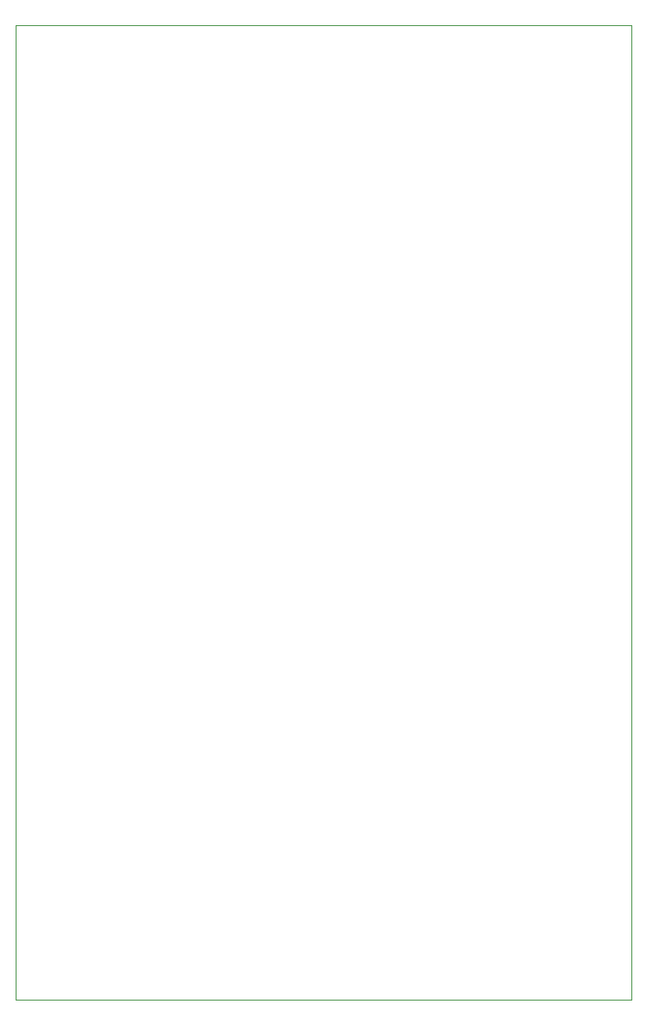
<source format=gbr>
%TF.GenerationSoftware,KiCad,Pcbnew,9.0.2*%
%TF.CreationDate,2025-07-04T16:23:48+10:00*%
%TF.ProjectId,v8a_equip_digital_in_iso_IDC,7638615f-6571-4756-9970-5f6469676974,rev?*%
%TF.SameCoordinates,Original*%
%TF.FileFunction,Profile,NP*%
%FSLAX46Y46*%
G04 Gerber Fmt 4.6, Leading zero omitted, Abs format (unit mm)*
G04 Created by KiCad (PCBNEW 9.0.2) date 2025-07-04 16:23:48*
%MOMM*%
%LPD*%
G01*
G04 APERTURE LIST*
%TA.AperFunction,Profile*%
%ADD10C,0.050000*%
%TD*%
G04 APERTURE END LIST*
D10*
X0Y-7600D02*
X60000000Y-7600D01*
X60000000Y-95007600D01*
X0Y-95007600D01*
X0Y-7600D01*
M02*

</source>
